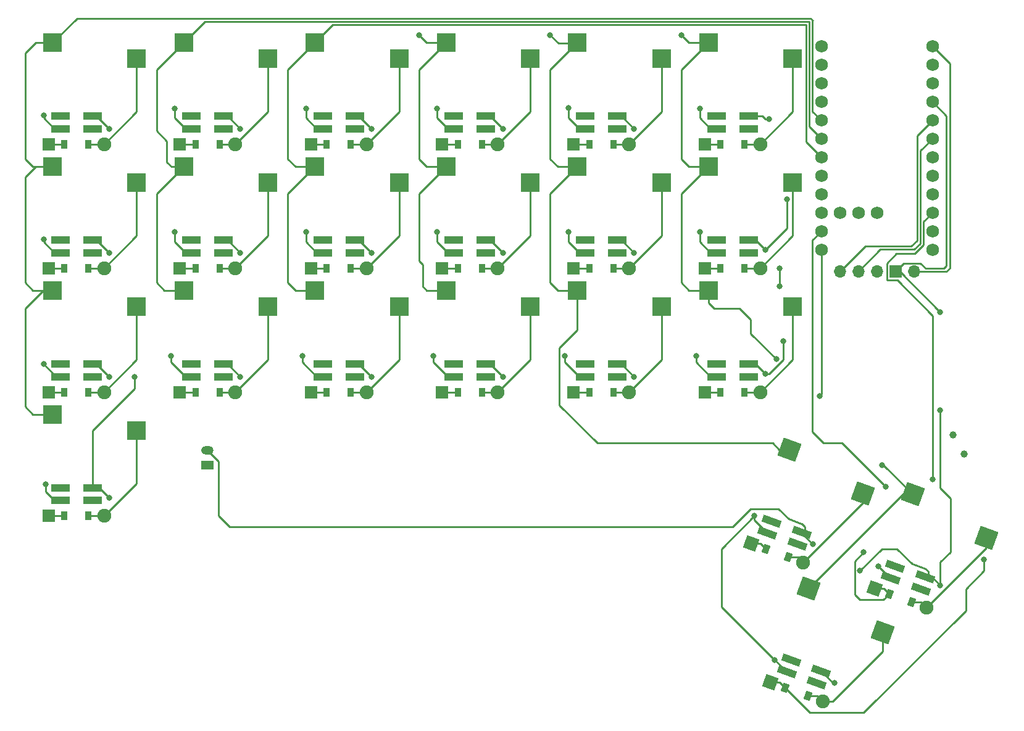
<source format=gbr>
%TF.GenerationSoftware,KiCad,Pcbnew,8.0.5*%
%TF.CreationDate,2024-09-15T18:20:54-04:00*%
%TF.ProjectId,theguy,74686567-7579-42e6-9b69-6361645f7063,v1.0.0*%
%TF.SameCoordinates,Original*%
%TF.FileFunction,Copper,L2,Bot*%
%TF.FilePolarity,Positive*%
%FSLAX46Y46*%
G04 Gerber Fmt 4.6, Leading zero omitted, Abs format (unit mm)*
G04 Created by KiCad (PCBNEW 8.0.5) date 2024-09-15 18:20:54*
%MOMM*%
%LPD*%
G01*
G04 APERTURE LIST*
G04 Aperture macros list*
%AMRotRect*
0 Rectangle, with rotation*
0 The origin of the aperture is its center*
0 $1 length*
0 $2 width*
0 $3 Rotation angle, in degrees counterclockwise*
0 Add horizontal line*
21,1,$1,$2,0,0,$3*%
G04 Aperture macros list end*
%TA.AperFunction,WasherPad*%
%ADD10C,1.000000*%
%TD*%
%TA.AperFunction,ComponentPad*%
%ADD11RotRect,1.778000X1.778000X340.000000*%
%TD*%
%TA.AperFunction,SMDPad,CuDef*%
%ADD12RotRect,0.900000X1.200000X340.000000*%
%TD*%
%TA.AperFunction,ComponentPad*%
%ADD13C,1.905000*%
%TD*%
%TA.AperFunction,ComponentPad*%
%ADD14R,1.778000X1.778000*%
%TD*%
%TA.AperFunction,SMDPad,CuDef*%
%ADD15R,0.900000X1.200000*%
%TD*%
%TA.AperFunction,SMDPad,CuDef*%
%ADD16R,2.600000X1.000000*%
%TD*%
%TA.AperFunction,SMDPad,CuDef*%
%ADD17R,2.600000X2.600000*%
%TD*%
%TA.AperFunction,SMDPad,CuDef*%
%ADD18RotRect,2.600000X2.600000X340.000000*%
%TD*%
%TA.AperFunction,ComponentPad*%
%ADD19R,1.700000X1.200000*%
%TD*%
%TA.AperFunction,ComponentPad*%
%ADD20O,1.700000X1.200000*%
%TD*%
%TA.AperFunction,SMDPad,CuDef*%
%ADD21RotRect,2.600000X1.000000X340.000000*%
%TD*%
%TA.AperFunction,ComponentPad*%
%ADD22O,1.700000X1.700000*%
%TD*%
%TA.AperFunction,ComponentPad*%
%ADD23R,1.700000X1.700000*%
%TD*%
%TA.AperFunction,ComponentPad*%
%ADD24C,1.752600*%
%TD*%
%TA.AperFunction,ViaPad*%
%ADD25C,0.800000*%
%TD*%
%TA.AperFunction,Conductor*%
%ADD26C,0.250000*%
%TD*%
G04 APERTURE END LIST*
D10*
%TO.P,T1,*%
%TO.N,*%
X190250000Y-96900962D03*
X191750000Y-99499038D03*
%TD*%
D11*
%TO.P,D20,1*%
%TO.N,P010*%
X162555118Y-111806490D03*
D12*
X164584854Y-112545254D03*
%TO.P,D20,2*%
%TO.N,layer_cluster*%
X167685840Y-113673920D03*
D13*
X169715576Y-114412684D03*
%TD*%
D14*
%TO.P,D3,1*%
%TO.N,P106*%
X66190000Y-74000000D03*
D15*
X68350000Y-74000000D03*
%TO.P,D3,2*%
%TO.N,hell_home*%
X71650000Y-74000000D03*
D13*
X73810000Y-74000000D03*
%TD*%
D14*
%TO.P,D14,1*%
%TO.N,P009*%
X138190000Y-91000000D03*
D15*
X140350000Y-91000000D03*
%TO.P,D14,2*%
%TO.N,index_bottom*%
X143650000Y-91000000D03*
D13*
X145810000Y-91000000D03*
%TD*%
D16*
%TO.P,LED3,1*%
%TO.N,VCC*%
X67800000Y-71875000D03*
%TO.P,LED3,2*%
%TO.N,N/C*%
X67800000Y-70125000D03*
%TO.P,LED3,3*%
%TO.N,GND*%
X72200000Y-70125000D03*
%TO.P,LED3,4*%
%TO.N,N/C*%
X72200000Y-71875000D03*
%TD*%
%TO.P,LED17,1*%
%TO.N,VCC*%
X157800000Y-88875000D03*
%TO.P,LED17,2*%
%TO.N,N/C*%
X157800000Y-87125000D03*
%TO.P,LED17,3*%
%TO.N,GND*%
X162200000Y-87125000D03*
%TO.P,LED17,4*%
%TO.N,N/C*%
X162200000Y-88875000D03*
%TD*%
D17*
%TO.P,S10,1*%
%TO.N,P002*%
X102725000Y-43050000D03*
%TO.P,S10,2*%
%TO.N,ring_top*%
X114275000Y-45250000D03*
%TD*%
D16*
%TO.P,LED1,1*%
%TO.N,VCC*%
X67800000Y-105875000D03*
%TO.P,LED1,2*%
%TO.N,N/C*%
X67800000Y-104125000D03*
%TO.P,LED1,3*%
%TO.N,GND*%
X72200000Y-104125000D03*
%TO.P,LED1,4*%
%TO.N,N/C*%
X72200000Y-105875000D03*
%TD*%
%TO.P,LED14,1*%
%TO.N,VCC*%
X139800000Y-88875000D03*
%TO.P,LED14,2*%
%TO.N,N/C*%
X139800000Y-87125000D03*
%TO.P,LED14,3*%
%TO.N,GND*%
X144200000Y-87125000D03*
%TO.P,LED14,4*%
%TO.N,N/C*%
X144200000Y-88875000D03*
%TD*%
D17*
%TO.P,S13,1*%
%TO.N,P115*%
X120725000Y-43050000D03*
%TO.P,S13,2*%
%TO.N,middle_top*%
X132275000Y-45250000D03*
%TD*%
%TO.P,S3,1*%
%TO.N,P031*%
X66725000Y-60050000D03*
%TO.P,S3,2*%
%TO.N,hell_home*%
X78275000Y-62250000D03*
%TD*%
D18*
%TO.P,S22,1*%
%TO.N,P111*%
X170471926Y-117933715D03*
%TO.P,S22,2*%
%TO.N,extra_cluster*%
X180572931Y-123951371D03*
%TD*%
D19*
%TO.P,JST1,1*%
%TO.N,pos*%
X88000000Y-101000000D03*
D20*
%TO.P,JST1,2*%
%TO.N,GND*%
X88000000Y-99000000D03*
%TD*%
D18*
%TO.P,S21,1*%
%TO.N,P111*%
X184743502Y-105037122D03*
%TO.P,S21,2*%
%TO.N,space_cluster*%
X194844507Y-111054778D03*
%TD*%
D16*
%TO.P,LED16,1*%
%TO.N,VCC*%
X139800000Y-54875000D03*
%TO.P,LED16,2*%
%TO.N,N/C*%
X139800000Y-53125000D03*
%TO.P,LED16,3*%
%TO.N,GND*%
X144200000Y-53125000D03*
%TO.P,LED16,4*%
%TO.N,N/C*%
X144200000Y-54875000D03*
%TD*%
%TO.P,LED2,1*%
%TO.N,VCC*%
X67800000Y-88875000D03*
%TO.P,LED2,2*%
%TO.N,N/C*%
X67800000Y-87125000D03*
%TO.P,LED2,3*%
%TO.N,GND*%
X72200000Y-87125000D03*
%TO.P,LED2,4*%
%TO.N,N/C*%
X72200000Y-88875000D03*
%TD*%
D14*
%TO.P,D6,1*%
%TO.N,P106*%
X84190000Y-74000000D03*
D15*
X86350000Y-74000000D03*
%TO.P,D6,2*%
%TO.N,pinky_home*%
X89650000Y-74000000D03*
D13*
X91810000Y-74000000D03*
%TD*%
D17*
%TO.P,S1,1*%
%TO.N,P031*%
X66725000Y-94050000D03*
%TO.P,S1,2*%
%TO.N,hell_last*%
X78275000Y-96250000D03*
%TD*%
%TO.P,S14,1*%
%TO.N,P113*%
X138725000Y-77050000D03*
%TO.P,S14,2*%
%TO.N,index_bottom*%
X150275000Y-79250000D03*
%TD*%
D14*
%TO.P,D1,1*%
%TO.N,P010*%
X66190000Y-108000000D03*
D15*
X68350000Y-108000000D03*
%TO.P,D1,2*%
%TO.N,hell_last*%
X71650000Y-108000000D03*
D13*
X73810000Y-108000000D03*
%TD*%
D16*
%TO.P,LED19,1*%
%TO.N,VCC*%
X157800000Y-54875000D03*
%TO.P,LED19,2*%
%TO.N,N/C*%
X157800000Y-53125000D03*
%TO.P,LED19,3*%
%TO.N,GND*%
X162200000Y-53125000D03*
%TO.P,LED19,4*%
%TO.N,N/C*%
X162200000Y-54875000D03*
%TD*%
D14*
%TO.P,D16,1*%
%TO.N,P104*%
X138190000Y-57000000D03*
D15*
X140350000Y-57000000D03*
%TO.P,D16,2*%
%TO.N,index_top*%
X143650000Y-57000000D03*
D13*
X145810000Y-57000000D03*
%TD*%
D17*
%TO.P,S7,1*%
%TO.N,P029*%
X84725000Y-43050000D03*
%TO.P,S7,2*%
%TO.N,pinky_top*%
X96275000Y-45250000D03*
%TD*%
%TO.P,S15,1*%
%TO.N,P113*%
X138725000Y-60050000D03*
%TO.P,S15,2*%
%TO.N,index_home*%
X150275000Y-62250000D03*
%TD*%
%TO.P,S5,1*%
%TO.N,P029*%
X84725000Y-77050000D03*
%TO.P,S5,2*%
%TO.N,pinky_bottom*%
X96275000Y-79250000D03*
%TD*%
%TO.P,S11,1*%
%TO.N,P115*%
X120725000Y-77050000D03*
%TO.P,S11,2*%
%TO.N,middle_bottom*%
X132275000Y-79250000D03*
%TD*%
D16*
%TO.P,LED9,1*%
%TO.N,VCC*%
X103800000Y-71875000D03*
%TO.P,LED9,2*%
%TO.N,N/C*%
X103800000Y-70125000D03*
%TO.P,LED9,3*%
%TO.N,GND*%
X108200000Y-70125000D03*
%TO.P,LED9,4*%
%TO.N,N/C*%
X108200000Y-71875000D03*
%TD*%
D21*
%TO.P,LED21,1*%
%TO.N,VCC*%
X181709283Y-116516659D03*
%TO.P,LED21,2*%
%TO.N,N/C*%
X182307818Y-114872197D03*
%TO.P,LED21,3*%
%TO.N,GND*%
X186442465Y-116377085D03*
%TO.P,LED21,4*%
%TO.N,N/C*%
X185843930Y-118021547D03*
%TD*%
D16*
%TO.P,LED7,1*%
%TO.N,VCC*%
X85800000Y-54875000D03*
%TO.P,LED7,2*%
%TO.N,N/C*%
X85800000Y-53125000D03*
%TO.P,LED7,3*%
%TO.N,GND*%
X90200000Y-53125000D03*
%TO.P,LED7,4*%
%TO.N,N/C*%
X90200000Y-54875000D03*
%TD*%
D14*
%TO.P,D12,1*%
%TO.N,P106*%
X120190000Y-74000000D03*
D15*
X122350000Y-74000000D03*
%TO.P,D12,2*%
%TO.N,middle_home*%
X125650000Y-74000000D03*
D13*
X127810000Y-74000000D03*
%TD*%
D17*
%TO.P,S17,1*%
%TO.N,P111*%
X156725000Y-77050000D03*
%TO.P,S17,2*%
%TO.N,inner_bottom*%
X168275000Y-79250000D03*
%TD*%
D14*
%TO.P,D15,1*%
%TO.N,P106*%
X138190000Y-74000000D03*
D15*
X140350000Y-74000000D03*
%TO.P,D15,2*%
%TO.N,index_home*%
X143650000Y-74000000D03*
D13*
X145810000Y-74000000D03*
%TD*%
D22*
%TO.P,niceView1,1*%
%TO.N,P006*%
X184880000Y-74475000D03*
D23*
%TO.P,niceView1,2*%
%TO.N,GND*%
X182340000Y-74475000D03*
D22*
%TO.P,niceView1,3*%
%TO.N,VCC*%
X179800000Y-74475000D03*
%TO.P,niceView1,4*%
%TO.N,P020*%
X177260000Y-74475000D03*
%TO.P,niceView1,5*%
%TO.N,P017*%
X174720000Y-74475000D03*
%TD*%
D17*
%TO.P,S6,1*%
%TO.N,P029*%
X84725000Y-60050000D03*
%TO.P,S6,2*%
%TO.N,pinky_home*%
X96275000Y-62250000D03*
%TD*%
D14*
%TO.P,D17,1*%
%TO.N,P009*%
X156190000Y-91000000D03*
D15*
X158350000Y-91000000D03*
%TO.P,D17,2*%
%TO.N,inner_bottom*%
X161650000Y-91000000D03*
D13*
X163810000Y-91000000D03*
%TD*%
D16*
%TO.P,LED5,1*%
%TO.N,VCC*%
X85800000Y-88875000D03*
%TO.P,LED5,2*%
%TO.N,N/C*%
X85800000Y-87125000D03*
%TO.P,LED5,3*%
%TO.N,GND*%
X90200000Y-87125000D03*
%TO.P,LED5,4*%
%TO.N,N/C*%
X90200000Y-88875000D03*
%TD*%
D14*
%TO.P,D10,1*%
%TO.N,P104*%
X102190000Y-57000000D03*
D15*
X104350000Y-57000000D03*
%TO.P,D10,2*%
%TO.N,ring_top*%
X107650000Y-57000000D03*
D13*
X109810000Y-57000000D03*
%TD*%
D14*
%TO.P,D7,1*%
%TO.N,P104*%
X84190000Y-57000000D03*
D15*
X86350000Y-57000000D03*
%TO.P,D7,2*%
%TO.N,pinky_top*%
X89650000Y-57000000D03*
D13*
X91810000Y-57000000D03*
%TD*%
D14*
%TO.P,D19,1*%
%TO.N,P104*%
X156190000Y-57000000D03*
D15*
X158350000Y-57000000D03*
%TO.P,D19,2*%
%TO.N,inner_top*%
X161650000Y-57000000D03*
D13*
X163810000Y-57000000D03*
%TD*%
D16*
%TO.P,LED18,1*%
%TO.N,VCC*%
X157800000Y-71875000D03*
%TO.P,LED18,2*%
%TO.N,N/C*%
X157800000Y-70125000D03*
%TO.P,LED18,3*%
%TO.N,GND*%
X162200000Y-70125000D03*
%TO.P,LED18,4*%
%TO.N,N/C*%
X162200000Y-71875000D03*
%TD*%
D17*
%TO.P,S9,1*%
%TO.N,P002*%
X102725000Y-60050000D03*
%TO.P,S9,2*%
%TO.N,ring_home*%
X114275000Y-62250000D03*
%TD*%
D14*
%TO.P,D13,1*%
%TO.N,P104*%
X120190000Y-57000000D03*
D15*
X122350000Y-57000000D03*
%TO.P,D13,2*%
%TO.N,middle_top*%
X125650000Y-57000000D03*
D13*
X127810000Y-57000000D03*
%TD*%
D17*
%TO.P,S8,1*%
%TO.N,P002*%
X102725000Y-77050000D03*
%TO.P,S8,2*%
%TO.N,ring_bottom*%
X114275000Y-79250000D03*
%TD*%
D14*
%TO.P,D11,1*%
%TO.N,P009*%
X120190000Y-91000000D03*
D15*
X122350000Y-91000000D03*
%TO.P,D11,2*%
%TO.N,middle_bottom*%
X125650000Y-91000000D03*
D13*
X127810000Y-91000000D03*
%TD*%
D16*
%TO.P,LED10,1*%
%TO.N,VCC*%
X103800000Y-54875000D03*
%TO.P,LED10,2*%
%TO.N,N/C*%
X103800000Y-53125000D03*
%TO.P,LED10,3*%
%TO.N,GND*%
X108200000Y-53125000D03*
%TO.P,LED10,4*%
%TO.N,N/C*%
X108200000Y-54875000D03*
%TD*%
D11*
%TO.P,D22,1*%
%TO.N,P011*%
X165198009Y-130859446D03*
D12*
X167227745Y-131598210D03*
%TO.P,D22,2*%
%TO.N,extra_cluster*%
X170328731Y-132726876D03*
D13*
X172358467Y-133465640D03*
%TD*%
D21*
%TO.P,LED20,1*%
%TO.N,VCC*%
X164794816Y-110360297D03*
%TO.P,LED20,2*%
%TO.N,N/C*%
X165393351Y-108715835D03*
%TO.P,LED20,3*%
%TO.N,GND*%
X169527998Y-110220723D03*
%TO.P,LED20,4*%
%TO.N,N/C*%
X168929463Y-111865185D03*
%TD*%
D14*
%TO.P,D5,1*%
%TO.N,P009*%
X84190000Y-91000000D03*
D15*
X86350000Y-91000000D03*
%TO.P,D5,2*%
%TO.N,pinky_bottom*%
X89650000Y-91000000D03*
D13*
X91810000Y-91000000D03*
%TD*%
D17*
%TO.P,S12,1*%
%TO.N,P115*%
X120725000Y-60050000D03*
%TO.P,S12,2*%
%TO.N,middle_home*%
X132275000Y-62250000D03*
%TD*%
D24*
%TO.P,MCU1,1*%
%TO.N,P006*%
X187420000Y-43530000D03*
%TO.P,MCU1,2*%
%TO.N,P008*%
X187420000Y-46070000D03*
%TO.P,MCU1,3*%
%TO.N,GND*%
X187420000Y-48610000D03*
%TO.P,MCU1,4*%
X187420000Y-51150000D03*
%TO.P,MCU1,5*%
%TO.N,P017*%
X187420000Y-53690000D03*
%TO.P,MCU1,6*%
%TO.N,P020*%
X187420000Y-56230000D03*
%TO.P,MCU1,7*%
%TO.N,P022*%
X187420000Y-58770000D03*
%TO.P,MCU1,8*%
%TO.N,P024*%
X187420000Y-61310000D03*
%TO.P,MCU1,9*%
%TO.N,P100*%
X187420000Y-63850000D03*
%TO.P,MCU1,10*%
%TO.N,P011*%
X187420000Y-66390000D03*
%TO.P,MCU1,11*%
%TO.N,P104*%
X187420000Y-68930000D03*
%TO.P,MCU1,12*%
%TO.N,P106*%
X187420000Y-71470000D03*
%TO.P,MCU1,13*%
%TO.N,P009*%
X172180000Y-71470000D03*
%TO.P,MCU1,14*%
%TO.N,P010*%
X172180000Y-68930000D03*
%TO.P,MCU1,15*%
%TO.N,P111*%
X172180000Y-66390000D03*
%TO.P,MCU1,16*%
%TO.N,P113*%
X172180000Y-63850000D03*
%TO.P,MCU1,17*%
%TO.N,P115*%
X172180000Y-61310000D03*
%TO.P,MCU1,18*%
%TO.N,P002*%
X172180000Y-58770000D03*
%TO.P,MCU1,19*%
%TO.N,P029*%
X172180000Y-56230000D03*
%TO.P,MCU1,20*%
%TO.N,P031*%
X172180000Y-53690000D03*
%TO.P,MCU1,21*%
%TO.N,VCC*%
X172180000Y-51150000D03*
%TO.P,MCU1,22*%
%TO.N,RST*%
X172180000Y-48610000D03*
%TO.P,MCU1,23*%
%TO.N,GND*%
X172180000Y-46070000D03*
%TO.P,MCU1,24*%
%TO.N,RAW*%
X172180000Y-43530000D03*
%TO.P,MCU1,31*%
%TO.N,P101*%
X174720000Y-66390000D03*
%TO.P,MCU1,32*%
%TO.N,P102*%
X177260000Y-66390000D03*
%TO.P,MCU1,33*%
%TO.N,P107*%
X179800000Y-66390000D03*
%TD*%
D14*
%TO.P,D8,1*%
%TO.N,P009*%
X102190000Y-91000000D03*
D15*
X104350000Y-91000000D03*
%TO.P,D8,2*%
%TO.N,ring_bottom*%
X107650000Y-91000000D03*
D13*
X109810000Y-91000000D03*
%TD*%
D17*
%TO.P,S19,1*%
%TO.N,P111*%
X156725000Y-43050000D03*
%TO.P,S19,2*%
%TO.N,inner_top*%
X168275000Y-45250000D03*
%TD*%
D11*
%TO.P,D21,1*%
%TO.N,P010*%
X179469585Y-117962853D03*
D12*
X181499321Y-118701617D03*
%TO.P,D21,2*%
%TO.N,space_cluster*%
X184600307Y-119830283D03*
D13*
X186630043Y-120569047D03*
%TD*%
D21*
%TO.P,LED22,1*%
%TO.N,VCC*%
X167437707Y-129413252D03*
%TO.P,LED22,2*%
%TO.N,N/C*%
X168036242Y-127768790D03*
%TO.P,LED22,3*%
%TO.N,GND*%
X172170889Y-129273678D03*
%TO.P,LED22,4*%
%TO.N,N/C*%
X171572354Y-130918140D03*
%TD*%
D16*
%TO.P,LED15,1*%
%TO.N,VCC*%
X139800000Y-71875000D03*
%TO.P,LED15,2*%
%TO.N,N/C*%
X139800000Y-70125000D03*
%TO.P,LED15,3*%
%TO.N,GND*%
X144200000Y-70125000D03*
%TO.P,LED15,4*%
%TO.N,N/C*%
X144200000Y-71875000D03*
%TD*%
%TO.P,LED6,1*%
%TO.N,VCC*%
X85800000Y-71875000D03*
%TO.P,LED6,2*%
%TO.N,N/C*%
X85800000Y-70125000D03*
%TO.P,LED6,3*%
%TO.N,GND*%
X90200000Y-70125000D03*
%TO.P,LED6,4*%
%TO.N,N/C*%
X90200000Y-71875000D03*
%TD*%
D18*
%TO.P,S20,1*%
%TO.N,P113*%
X167829035Y-98880760D03*
%TO.P,S20,2*%
%TO.N,layer_cluster*%
X177930040Y-104898416D03*
%TD*%
D14*
%TO.P,D4,1*%
%TO.N,P104*%
X66190000Y-57000000D03*
D15*
X68350000Y-57000000D03*
%TO.P,D4,2*%
%TO.N,hell_top*%
X71650000Y-57000000D03*
D13*
X73810000Y-57000000D03*
%TD*%
D17*
%TO.P,S4,1*%
%TO.N,P031*%
X66725000Y-43050000D03*
%TO.P,S4,2*%
%TO.N,hell_top*%
X78275000Y-45250000D03*
%TD*%
D16*
%TO.P,LED12,1*%
%TO.N,VCC*%
X121800000Y-71875000D03*
%TO.P,LED12,2*%
%TO.N,N/C*%
X121800000Y-70125000D03*
%TO.P,LED12,3*%
%TO.N,GND*%
X126200000Y-70125000D03*
%TO.P,LED12,4*%
%TO.N,N/C*%
X126200000Y-71875000D03*
%TD*%
D17*
%TO.P,S16,1*%
%TO.N,P113*%
X138725000Y-43050000D03*
%TO.P,S16,2*%
%TO.N,index_top*%
X150275000Y-45250000D03*
%TD*%
D14*
%TO.P,D2,1*%
%TO.N,P009*%
X66190000Y-91000000D03*
D15*
X68350000Y-91000000D03*
%TO.P,D2,2*%
%TO.N,hell_bottom*%
X71650000Y-91000000D03*
D13*
X73810000Y-91000000D03*
%TD*%
D16*
%TO.P,LED11,1*%
%TO.N,VCC*%
X121800000Y-88875000D03*
%TO.P,LED11,2*%
%TO.N,N/C*%
X121800000Y-87125000D03*
%TO.P,LED11,3*%
%TO.N,GND*%
X126200000Y-87125000D03*
%TO.P,LED11,4*%
%TO.N,N/C*%
X126200000Y-88875000D03*
%TD*%
%TO.P,LED13,1*%
%TO.N,VCC*%
X121800000Y-54875000D03*
%TO.P,LED13,2*%
%TO.N,N/C*%
X121800000Y-53125000D03*
%TO.P,LED13,3*%
%TO.N,GND*%
X126200000Y-53125000D03*
%TO.P,LED13,4*%
%TO.N,N/C*%
X126200000Y-54875000D03*
%TD*%
D14*
%TO.P,D9,1*%
%TO.N,P106*%
X102190000Y-74000000D03*
D15*
X104350000Y-74000000D03*
%TO.P,D9,2*%
%TO.N,ring_home*%
X107650000Y-74000000D03*
D13*
X109810000Y-74000000D03*
%TD*%
D16*
%TO.P,LED4,1*%
%TO.N,VCC*%
X67800000Y-54875000D03*
%TO.P,LED4,2*%
%TO.N,N/C*%
X67800000Y-53125000D03*
%TO.P,LED4,3*%
%TO.N,GND*%
X72200000Y-53125000D03*
%TO.P,LED4,4*%
%TO.N,N/C*%
X72200000Y-54875000D03*
%TD*%
%TO.P,LED8,1*%
%TO.N,VCC*%
X103800000Y-88875000D03*
%TO.P,LED8,2*%
%TO.N,N/C*%
X103800000Y-87125000D03*
%TO.P,LED8,3*%
%TO.N,GND*%
X108200000Y-87125000D03*
%TO.P,LED8,4*%
%TO.N,N/C*%
X108200000Y-88875000D03*
%TD*%
D14*
%TO.P,D18,1*%
%TO.N,P106*%
X156190000Y-74000000D03*
D15*
X158350000Y-74000000D03*
%TO.P,D18,2*%
%TO.N,inner_home*%
X161650000Y-74000000D03*
D13*
X163810000Y-74000000D03*
%TD*%
D17*
%TO.P,S2,1*%
%TO.N,P031*%
X66725000Y-77050000D03*
%TO.P,S2,2*%
%TO.N,hell_bottom*%
X78275000Y-79250000D03*
%TD*%
%TO.P,S18,1*%
%TO.N,P111*%
X156725000Y-60050000D03*
%TO.P,S18,2*%
%TO.N,inner_home*%
X168275000Y-62250000D03*
%TD*%
D25*
%TO.N,P115*%
X117000000Y-42000000D03*
%TO.N,P113*%
X135000000Y-42000000D03*
%TO.N,P111*%
X153000000Y-42000000D03*
X180500000Y-101000000D03*
X166000000Y-86500000D03*
%TO.N,VCC*%
X83500000Y-52050000D03*
X137500000Y-69050000D03*
X155500000Y-52050000D03*
X119500000Y-69050000D03*
X101500000Y-69000000D03*
X155000000Y-86050000D03*
X155500000Y-69000000D03*
X137000000Y-86050000D03*
X65500000Y-87125000D03*
X83000000Y-86050000D03*
X65500000Y-70000000D03*
X101500000Y-52050000D03*
X165762228Y-127737772D03*
X163000000Y-108000000D03*
X65812500Y-103687500D03*
X119000000Y-86050000D03*
X83500000Y-69000000D03*
X180000000Y-114872197D03*
X119500000Y-52050000D03*
X65500000Y-53000000D03*
X101000000Y-86050000D03*
X137500000Y-52000000D03*
%TO.N,GND*%
X166500000Y-76500000D03*
X188500000Y-80000000D03*
X78000000Y-88875000D03*
X128500000Y-54875000D03*
X171000000Y-111865185D03*
X74500000Y-71875000D03*
X174000000Y-130918140D03*
X167500000Y-64500000D03*
X110500000Y-88875000D03*
X128500000Y-88875000D03*
X146500000Y-71875000D03*
X92500000Y-71875000D03*
X167000000Y-84000000D03*
X128500000Y-71875000D03*
X166500000Y-74000000D03*
X177500000Y-115500000D03*
X146500000Y-88875000D03*
X188500000Y-117500000D03*
X165000000Y-53500000D03*
X110500000Y-54875000D03*
X110500000Y-71875000D03*
X92500000Y-54875000D03*
X188500000Y-93500000D03*
X164500000Y-71500000D03*
X74500000Y-88875000D03*
X74500000Y-105500000D03*
X74500000Y-54875000D03*
X146500000Y-54875000D03*
X92500000Y-88875000D03*
X164500000Y-88500000D03*
%TO.N,P010*%
X181000000Y-104000000D03*
X178000000Y-113000000D03*
%TO.N,P009*%
X172000000Y-91500000D03*
%TO.N,P011*%
X194500000Y-114000000D03*
X187500000Y-103000000D03*
%TD*%
D26*
%TO.N,P031*%
X66725000Y-77050000D02*
X65450000Y-77050000D01*
X171000000Y-40000000D02*
X170978700Y-40021300D01*
X64050000Y-94050000D02*
X66725000Y-94050000D01*
X66725000Y-43050000D02*
X70075000Y-39700000D01*
X63000000Y-79500000D02*
X63000000Y-93000000D01*
X63000000Y-44500000D02*
X63000000Y-59000000D01*
X63000000Y-59000000D02*
X64050000Y-60050000D01*
X66725000Y-43050000D02*
X64450000Y-43050000D01*
X66725000Y-60050000D02*
X64450000Y-60050000D01*
X63000000Y-93000000D02*
X64050000Y-94050000D01*
X64050000Y-60050000D02*
X66725000Y-60050000D01*
X63000000Y-61500000D02*
X63000000Y-76000000D01*
X170978700Y-40021300D02*
X170978700Y-52488700D01*
X170700000Y-39700000D02*
X171000000Y-40000000D01*
X64050000Y-77050000D02*
X66725000Y-77050000D01*
X64450000Y-60050000D02*
X63000000Y-61500000D01*
X63000000Y-76000000D02*
X64050000Y-77050000D01*
X170978700Y-52488700D02*
X172180000Y-53690000D01*
X64450000Y-43050000D02*
X63000000Y-44500000D01*
X65450000Y-77050000D02*
X63000000Y-79500000D01*
X70075000Y-39700000D02*
X170700000Y-39700000D01*
%TO.N,hell_last*%
X71650000Y-108000000D02*
X73810000Y-108000000D01*
X78275000Y-103535000D02*
X73810000Y-108000000D01*
X78275000Y-96250000D02*
X78275000Y-103535000D01*
%TO.N,hell_bottom*%
X78275000Y-86535000D02*
X73810000Y-91000000D01*
X73810000Y-91000000D02*
X71650000Y-91000000D01*
X78275000Y-79250000D02*
X78275000Y-86535000D01*
%TO.N,hell_home*%
X78275000Y-69535000D02*
X73810000Y-74000000D01*
X73810000Y-74000000D02*
X71650000Y-74000000D01*
X78275000Y-62250000D02*
X78275000Y-69535000D01*
%TO.N,hell_top*%
X78275000Y-45250000D02*
X78275000Y-52535000D01*
X78275000Y-52535000D02*
X73810000Y-57000000D01*
X71650000Y-57000000D02*
X73810000Y-57000000D01*
%TO.N,P029*%
X87625000Y-40150000D02*
X170513604Y-40150000D01*
X81000000Y-55120532D02*
X82425000Y-56545532D01*
X81000000Y-63775000D02*
X81000000Y-76000000D01*
X83050000Y-60050000D02*
X84725000Y-60050000D01*
X82425000Y-56545532D02*
X82425000Y-59425000D01*
X84725000Y-43050000D02*
X87625000Y-40150000D01*
X81000000Y-46775000D02*
X81000000Y-55120532D01*
X170528700Y-54578700D02*
X172180000Y-56230000D01*
X82425000Y-59425000D02*
X83050000Y-60050000D01*
X84725000Y-43050000D02*
X81000000Y-46775000D01*
X84725000Y-60050000D02*
X81000000Y-63775000D01*
X170513604Y-40150000D02*
X170528700Y-40165096D01*
X170528700Y-40165096D02*
X170528700Y-54578700D01*
X82050000Y-77050000D02*
X84725000Y-77050000D01*
X81000000Y-76000000D02*
X82050000Y-77050000D01*
%TO.N,pinky_bottom*%
X96275000Y-86535000D02*
X91810000Y-91000000D01*
X91810000Y-91000000D02*
X89650000Y-91000000D01*
X96275000Y-79250000D02*
X96275000Y-86535000D01*
%TO.N,pinky_home*%
X89650000Y-74000000D02*
X91810000Y-74000000D01*
X96275000Y-62250000D02*
X96275000Y-69535000D01*
X96275000Y-69535000D02*
X91810000Y-74000000D01*
%TO.N,pinky_top*%
X96275000Y-52535000D02*
X91810000Y-57000000D01*
X96275000Y-45250000D02*
X96275000Y-52535000D01*
X89650000Y-57000000D02*
X91810000Y-57000000D01*
%TO.N,P002*%
X100050000Y-60050000D02*
X102725000Y-60050000D01*
X99000000Y-63775000D02*
X99000000Y-76000000D01*
X170078700Y-56668700D02*
X172180000Y-58770000D01*
X102725000Y-43050000D02*
X105175000Y-40600000D01*
X105175000Y-40600000D02*
X170078700Y-40600000D01*
X102725000Y-60050000D02*
X99000000Y-63775000D01*
X100050000Y-77050000D02*
X102725000Y-77050000D01*
X170078700Y-40600000D02*
X170078700Y-56668700D01*
X102725000Y-43050000D02*
X99000000Y-46775000D01*
X99000000Y-76000000D02*
X100050000Y-77050000D01*
X99000000Y-46775000D02*
X99000000Y-59000000D01*
X99000000Y-59000000D02*
X100050000Y-60050000D01*
%TO.N,ring_bottom*%
X114275000Y-79250000D02*
X114275000Y-86535000D01*
X114275000Y-86535000D02*
X109810000Y-91000000D01*
X109810000Y-91000000D02*
X107650000Y-91000000D01*
%TO.N,ring_home*%
X114275000Y-69535000D02*
X109810000Y-74000000D01*
X114275000Y-62250000D02*
X114275000Y-69535000D01*
X109810000Y-74000000D02*
X107650000Y-74000000D01*
%TO.N,ring_top*%
X107650000Y-57000000D02*
X109810000Y-57000000D01*
X114275000Y-52535000D02*
X109810000Y-57000000D01*
X114275000Y-45250000D02*
X114275000Y-52535000D01*
%TO.N,P115*%
X117000000Y-46775000D02*
X117000000Y-59000000D01*
X120725000Y-43050000D02*
X118050000Y-43050000D01*
X118050000Y-43050000D02*
X117000000Y-42000000D01*
X117000000Y-63775000D02*
X117000000Y-73000000D01*
X120725000Y-43050000D02*
X117000000Y-46775000D01*
X118050000Y-60050000D02*
X120725000Y-60050000D01*
X117000000Y-73000000D02*
X117500000Y-73500000D01*
X118050000Y-77050000D02*
X120725000Y-77050000D01*
X117500000Y-76500000D02*
X118050000Y-77050000D01*
X117500000Y-73500000D02*
X117500000Y-76500000D01*
X120725000Y-60050000D02*
X117000000Y-63775000D01*
X117000000Y-59000000D02*
X118050000Y-60050000D01*
%TO.N,middle_bottom*%
X132275000Y-79250000D02*
X132275000Y-86535000D01*
X132275000Y-86535000D02*
X127810000Y-91000000D01*
X127810000Y-91000000D02*
X125650000Y-91000000D01*
%TO.N,middle_home*%
X132275000Y-69535000D02*
X127810000Y-74000000D01*
X125650000Y-74000000D02*
X127810000Y-74000000D01*
X132275000Y-62250000D02*
X132275000Y-69535000D01*
%TO.N,middle_top*%
X127810000Y-57000000D02*
X125650000Y-57000000D01*
X132275000Y-52535000D02*
X127810000Y-57000000D01*
X132275000Y-45250000D02*
X132275000Y-52535000D01*
%TO.N,P113*%
X136275000Y-92775000D02*
X141500000Y-98000000D01*
X135000000Y-46775000D02*
X135000000Y-59000000D01*
X165500000Y-98000000D02*
X166380760Y-98880760D01*
X138725000Y-60050000D02*
X135000000Y-63775000D01*
X141500000Y-98000000D02*
X165500000Y-98000000D01*
X166380760Y-98880760D02*
X167829035Y-98880760D01*
X136137500Y-43137500D02*
X135000000Y-42000000D01*
X138725000Y-77050000D02*
X138725000Y-82508684D01*
X138725000Y-43050000D02*
X135000000Y-46775000D01*
X136050000Y-77050000D02*
X138725000Y-77050000D01*
X136275000Y-84958684D02*
X136275000Y-92775000D01*
X138725000Y-43050000D02*
X138637500Y-43137500D01*
X135000000Y-76000000D02*
X136050000Y-77050000D01*
X136050000Y-60050000D02*
X138725000Y-60050000D01*
X135000000Y-59000000D02*
X136050000Y-60050000D01*
X138637500Y-43137500D02*
X136137500Y-43137500D01*
X135000000Y-63775000D02*
X135000000Y-76000000D01*
X138725000Y-82508684D02*
X136275000Y-84958684D01*
%TO.N,index_bottom*%
X145810000Y-91000000D02*
X143650000Y-91000000D01*
X150275000Y-86535000D02*
X145810000Y-91000000D01*
X150275000Y-79250000D02*
X150275000Y-86535000D01*
%TO.N,index_home*%
X143650000Y-74000000D02*
X145810000Y-74000000D01*
X150275000Y-69535000D02*
X145810000Y-74000000D01*
X150275000Y-62250000D02*
X150275000Y-69535000D01*
%TO.N,index_top*%
X150275000Y-45250000D02*
X150275000Y-52535000D01*
X145810000Y-57000000D02*
X143650000Y-57000000D01*
X150275000Y-52535000D02*
X145810000Y-57000000D01*
%TO.N,P111*%
X153000000Y-59000000D02*
X154050000Y-60050000D01*
X180706380Y-101000000D02*
X184743502Y-105037122D01*
X184743502Y-105037122D02*
X183368519Y-105037122D01*
X156725000Y-43050000D02*
X154050000Y-43050000D01*
X153000000Y-46775000D02*
X153000000Y-59000000D01*
X156725000Y-43050000D02*
X153000000Y-46775000D01*
X162500000Y-81000000D02*
X162500000Y-83000000D01*
X157500000Y-79500000D02*
X161000000Y-79500000D01*
X180500000Y-101000000D02*
X180706380Y-101000000D01*
X153000000Y-76000000D02*
X154050000Y-77050000D01*
X154050000Y-60050000D02*
X156725000Y-60050000D01*
X154050000Y-43050000D02*
X153000000Y-42000000D01*
X183368519Y-105037122D02*
X170471926Y-117933715D01*
X161000000Y-79500000D02*
X162500000Y-81000000D01*
X156725000Y-78725000D02*
X157500000Y-79500000D01*
X156725000Y-60050000D02*
X153000000Y-63775000D01*
X162500000Y-83000000D02*
X166000000Y-86500000D01*
X154050000Y-77050000D02*
X156725000Y-77050000D01*
X153000000Y-63775000D02*
X153000000Y-76000000D01*
X156725000Y-77050000D02*
X156725000Y-78725000D01*
%TO.N,inner_bottom*%
X163810000Y-91000000D02*
X161650000Y-91000000D01*
X168275000Y-79250000D02*
X168275000Y-86535000D01*
X168275000Y-86535000D02*
X163810000Y-91000000D01*
%TO.N,inner_home*%
X168275000Y-62250000D02*
X168275000Y-69535000D01*
X168275000Y-69535000D02*
X163810000Y-74000000D01*
X161650000Y-74000000D02*
X163810000Y-74000000D01*
%TO.N,inner_top*%
X168275000Y-45250000D02*
X168275000Y-52535000D01*
X163810000Y-57000000D02*
X161650000Y-57000000D01*
X168275000Y-52535000D02*
X163810000Y-57000000D01*
%TO.N,layer_cluster*%
X167685840Y-113673920D02*
X168976812Y-113673920D01*
X177930040Y-106198220D02*
X169715576Y-114412684D01*
X168976812Y-113673920D02*
X169715576Y-114412684D01*
X177930040Y-104898416D02*
X177930040Y-106198220D01*
%TO.N,space_cluster*%
X185891279Y-119830283D02*
X186630043Y-120569047D01*
X194844507Y-111054778D02*
X194844507Y-112354583D01*
X194844507Y-112354583D02*
X186630043Y-120569047D01*
X184600307Y-119830283D02*
X185891279Y-119830283D01*
%TO.N,extra_cluster*%
X170328731Y-132726876D02*
X171619703Y-132726876D01*
X180572931Y-123951371D02*
X180572931Y-126598214D01*
X173705505Y-133465640D02*
X172358467Y-133465640D01*
X171619703Y-132726876D02*
X172358467Y-133465640D01*
X180572931Y-126598214D02*
X173705505Y-133465640D01*
%TO.N,VCC*%
X137500000Y-70375000D02*
X137500000Y-69050000D01*
X67250000Y-88875000D02*
X65500000Y-87125000D01*
X139800000Y-54875000D02*
X139000000Y-54875000D01*
X139000000Y-88875000D02*
X137000000Y-86875000D01*
X85000000Y-88875000D02*
X83000000Y-86875000D01*
X165762228Y-127737772D02*
X158500000Y-120475545D01*
X167437707Y-129413252D02*
X165762228Y-127737772D01*
X67800000Y-105875000D02*
X67000000Y-105875000D01*
X85800000Y-71875000D02*
X85000000Y-71875000D01*
X121000000Y-88875000D02*
X119000000Y-86875000D01*
X67800000Y-54875000D02*
X67000000Y-54875000D01*
X181709283Y-116516659D02*
X181644462Y-116516659D01*
X83500000Y-53375000D02*
X83500000Y-52050000D01*
X85000000Y-71875000D02*
X83500000Y-70375000D01*
X101500000Y-53375000D02*
X101500000Y-52050000D01*
X137500000Y-53375000D02*
X137500000Y-52000000D01*
X103800000Y-88875000D02*
X103000000Y-88875000D01*
X139800000Y-88875000D02*
X139000000Y-88875000D01*
X83000000Y-86875000D02*
X83000000Y-86050000D01*
X157800000Y-71875000D02*
X157000000Y-71875000D01*
X65812500Y-104687500D02*
X65812500Y-103687500D01*
X157000000Y-88875000D02*
X155000000Y-86875000D01*
X67000000Y-54875000D02*
X65500000Y-53375000D01*
X157000000Y-54875000D02*
X155500000Y-53375000D01*
X155500000Y-53375000D02*
X155500000Y-52050000D01*
X121000000Y-54875000D02*
X119500000Y-53375000D01*
X121800000Y-88875000D02*
X121000000Y-88875000D01*
X119000000Y-86875000D02*
X119000000Y-86050000D01*
X103000000Y-71875000D02*
X101500000Y-70375000D01*
X103000000Y-88875000D02*
X101000000Y-86875000D01*
X65500000Y-70375000D02*
X65500000Y-70000000D01*
X155000000Y-86875000D02*
X155000000Y-86050000D01*
X155500000Y-70375000D02*
X155500000Y-69000000D01*
X181644462Y-116516659D02*
X180000000Y-114872197D01*
X119500000Y-53375000D02*
X119500000Y-52050000D01*
X119500000Y-70375000D02*
X119500000Y-69050000D01*
X67800000Y-71875000D02*
X67000000Y-71875000D01*
X67000000Y-71875000D02*
X65500000Y-70375000D01*
X103800000Y-71875000D02*
X103000000Y-71875000D01*
X121000000Y-71875000D02*
X119500000Y-70375000D01*
X121800000Y-71875000D02*
X121000000Y-71875000D01*
X65500000Y-53375000D02*
X65500000Y-53000000D01*
X157000000Y-71875000D02*
X155500000Y-70375000D01*
X139000000Y-71875000D02*
X137500000Y-70375000D01*
X103000000Y-54875000D02*
X101500000Y-53375000D01*
X103800000Y-54875000D02*
X103000000Y-54875000D01*
X85800000Y-88875000D02*
X85000000Y-88875000D01*
X139000000Y-54875000D02*
X137500000Y-53375000D01*
X83500000Y-70375000D02*
X83500000Y-69000000D01*
X67800000Y-88875000D02*
X67250000Y-88875000D01*
X137000000Y-86875000D02*
X137000000Y-86050000D01*
X67000000Y-105875000D02*
X65812500Y-104687500D01*
X121800000Y-54875000D02*
X121000000Y-54875000D01*
X101500000Y-70375000D02*
X101500000Y-69000000D01*
X101000000Y-86875000D02*
X101000000Y-86050000D01*
X139800000Y-71875000D02*
X139000000Y-71875000D01*
X157800000Y-88875000D02*
X157000000Y-88875000D01*
X163000000Y-108565481D02*
X163000000Y-108000000D01*
X85800000Y-54875000D02*
X85000000Y-54875000D01*
X158500000Y-120475545D02*
X158500000Y-112500000D01*
X164794816Y-110360297D02*
X163000000Y-108565481D01*
X85000000Y-54875000D02*
X83500000Y-53375000D01*
X157800000Y-54875000D02*
X157000000Y-54875000D01*
X158500000Y-112500000D02*
X163000000Y-108000000D01*
%TO.N,GND*%
X169394961Y-109028310D02*
X169550655Y-109084978D01*
X169527998Y-110220723D02*
X169527998Y-110393183D01*
X167000000Y-84000000D02*
X167000000Y-86525305D01*
X182565380Y-112500000D02*
X184643821Y-114578441D01*
X189350000Y-73650000D02*
X189350000Y-53080000D01*
X186832568Y-115986982D02*
X186442465Y-116377085D01*
X189892014Y-105576607D02*
X189892014Y-112927536D01*
X144200000Y-70125000D02*
X144750000Y-70125000D01*
X108200000Y-70125000D02*
X108750000Y-70125000D01*
X73125000Y-104125000D02*
X74500000Y-105500000D01*
X162200000Y-70125000D02*
X163125000Y-70125000D01*
X72750000Y-70125000D02*
X74500000Y-71875000D01*
X90750000Y-53125000D02*
X92500000Y-54875000D01*
X169918101Y-109830620D02*
X169527998Y-110220723D01*
X188500000Y-104184593D02*
X189892014Y-105576607D01*
X188500000Y-114319550D02*
X188500000Y-117500000D01*
X126200000Y-87125000D02*
X126750000Y-87125000D01*
X89500000Y-108000000D02*
X91000000Y-109500000D01*
X72200000Y-53125000D02*
X72750000Y-53125000D01*
X169527998Y-110393183D02*
X171000000Y-111865185D01*
X78000000Y-90500000D02*
X78000000Y-88875000D01*
X186500000Y-74000000D02*
X189000000Y-74000000D01*
X72200000Y-96300000D02*
X78000000Y-90500000D01*
X167500000Y-68500000D02*
X164500000Y-71500000D01*
X90750000Y-87125000D02*
X92500000Y-88875000D01*
X90200000Y-87125000D02*
X90750000Y-87125000D01*
X187377085Y-116377085D02*
X186442465Y-116377085D01*
X89500000Y-100500000D02*
X89500000Y-108000000D01*
X169550655Y-109084978D02*
X169918101Y-109452424D01*
X108200000Y-87125000D02*
X108750000Y-87125000D01*
X90200000Y-53125000D02*
X90750000Y-53125000D01*
X182340000Y-74475000D02*
X183515000Y-73300000D01*
X184643821Y-114578441D02*
X186309428Y-115184672D01*
X72750000Y-87125000D02*
X74500000Y-88875000D01*
X126750000Y-87125000D02*
X128500000Y-88875000D01*
X72200000Y-104125000D02*
X72200000Y-96300000D01*
X185800000Y-73300000D02*
X186500000Y-74000000D01*
X164500000Y-53500000D02*
X164125000Y-53125000D01*
X126200000Y-53125000D02*
X126750000Y-53125000D01*
X172170889Y-129273678D02*
X173815351Y-130918140D01*
X188500000Y-80000000D02*
X182975000Y-74475000D01*
X144200000Y-53125000D02*
X144750000Y-53125000D01*
X186832568Y-115608786D02*
X186832568Y-115986982D01*
X186309428Y-115184672D02*
X186465122Y-115241340D01*
X169918101Y-109452424D02*
X169918101Y-109830620D01*
X183515000Y-73300000D02*
X185800000Y-73300000D01*
X162500000Y-107000000D02*
X166307275Y-107000000D01*
X182975000Y-74475000D02*
X182340000Y-74475000D01*
X72200000Y-70125000D02*
X72750000Y-70125000D01*
X163125000Y-87125000D02*
X164500000Y-88500000D01*
X108750000Y-53125000D02*
X110500000Y-54875000D01*
X180500000Y-112500000D02*
X182565380Y-112500000D01*
X144750000Y-70125000D02*
X146500000Y-71875000D01*
X189892014Y-112927536D02*
X188500000Y-114319550D01*
X166500000Y-74000000D02*
X166500000Y-76500000D01*
X165025305Y-88500000D02*
X164500000Y-88500000D01*
X167729354Y-108422079D02*
X169394961Y-109028310D01*
X160000000Y-109500000D02*
X162500000Y-107000000D01*
X189350000Y-53080000D02*
X187420000Y-51150000D01*
X162200000Y-87125000D02*
X163125000Y-87125000D01*
X177500000Y-115500000D02*
X180500000Y-112500000D01*
X164125000Y-53125000D02*
X162200000Y-53125000D01*
X126200000Y-70125000D02*
X126750000Y-70125000D01*
X144750000Y-53125000D02*
X146500000Y-54875000D01*
X166307275Y-107000000D02*
X167729354Y-108422079D01*
X186465122Y-115241340D02*
X186832568Y-115608786D01*
X188500000Y-117500000D02*
X187377085Y-116377085D01*
X188500000Y-93500000D02*
X188500000Y-104184593D01*
X72200000Y-87125000D02*
X72750000Y-87125000D01*
X90200000Y-70125000D02*
X90750000Y-70125000D01*
X167000000Y-86525305D02*
X165025305Y-88500000D01*
X88000000Y-99000000D02*
X89500000Y-100500000D01*
X165000000Y-53500000D02*
X164500000Y-53500000D01*
X108200000Y-53125000D02*
X108750000Y-53125000D01*
X126750000Y-70125000D02*
X128500000Y-71875000D01*
X144750000Y-87125000D02*
X146500000Y-88875000D01*
X72200000Y-104125000D02*
X73125000Y-104125000D01*
X90750000Y-70125000D02*
X92500000Y-71875000D01*
X91000000Y-109500000D02*
X160000000Y-109500000D01*
X167500000Y-64500000D02*
X167500000Y-68500000D01*
X144200000Y-87125000D02*
X144750000Y-87125000D01*
X126750000Y-53125000D02*
X128500000Y-54875000D01*
X189000000Y-74000000D02*
X189350000Y-73650000D01*
X108750000Y-70125000D02*
X110500000Y-71875000D01*
X108750000Y-87125000D02*
X110500000Y-88875000D01*
X163125000Y-70125000D02*
X164500000Y-71500000D01*
X173815351Y-130918140D02*
X174000000Y-130918140D01*
X72750000Y-53125000D02*
X74500000Y-54875000D01*
%TO.N,P010*%
X170978700Y-70131300D02*
X170978700Y-96478700D01*
X175000000Y-98000000D02*
X181000000Y-104000000D01*
X163846090Y-111806490D02*
X164584854Y-112545254D01*
X172500000Y-98000000D02*
X175000000Y-98000000D01*
X176775000Y-118775000D02*
X177500000Y-119500000D01*
X178000000Y-113000000D02*
X176775000Y-114225000D01*
X177500000Y-119500000D02*
X180700938Y-119500000D01*
X180760557Y-117962853D02*
X181499321Y-118701617D01*
X172180000Y-68930000D02*
X170978700Y-70131300D01*
X180700938Y-119500000D02*
X181499321Y-118701617D01*
X66190000Y-108000000D02*
X68350000Y-108000000D01*
X162555118Y-111806490D02*
X163846090Y-111806490D01*
X179469585Y-117962853D02*
X180760557Y-117962853D01*
X170978700Y-96478700D02*
X172500000Y-98000000D01*
X176775000Y-114225000D02*
X176775000Y-118775000D01*
%TO.N,P009*%
X104350000Y-91000000D02*
X102190000Y-91000000D01*
X172180000Y-71470000D02*
X172180000Y-91320000D01*
X158350000Y-91000000D02*
X156190000Y-91000000D01*
X68350000Y-91000000D02*
X66190000Y-91000000D01*
X172180000Y-91320000D02*
X172000000Y-91500000D01*
X122350000Y-91000000D02*
X120190000Y-91000000D01*
X86350000Y-91000000D02*
X84190000Y-91000000D01*
X140350000Y-91000000D02*
X138190000Y-91000000D01*
%TO.N,P106*%
X68350000Y-74000000D02*
X66190000Y-74000000D01*
X84190000Y-74000000D02*
X86350000Y-74000000D01*
X138190000Y-74000000D02*
X140350000Y-74000000D01*
X120190000Y-74000000D02*
X122350000Y-74000000D01*
X156190000Y-74000000D02*
X158350000Y-74000000D01*
X104350000Y-74000000D02*
X102190000Y-74000000D01*
%TO.N,P104*%
X158350000Y-57000000D02*
X156190000Y-57000000D01*
X84190000Y-57000000D02*
X86350000Y-57000000D01*
X102190000Y-57000000D02*
X104350000Y-57000000D01*
X66190000Y-57000000D02*
X68350000Y-57000000D01*
X122350000Y-57000000D02*
X120190000Y-57000000D01*
X140350000Y-57000000D02*
X138190000Y-57000000D01*
%TO.N,P011*%
X181165000Y-75650000D02*
X181165000Y-73335000D01*
X185000000Y-72000000D02*
X186218700Y-70781300D01*
X186218700Y-67591300D02*
X187420000Y-66390000D01*
X192000000Y-118000000D02*
X194500000Y-115500000D01*
X187500000Y-103000000D02*
X187500000Y-80500000D01*
X182650000Y-75650000D02*
X181165000Y-75650000D01*
X182500000Y-72000000D02*
X185000000Y-72000000D01*
X165198009Y-130859446D02*
X166488981Y-130859446D01*
X170629535Y-135000000D02*
X178000000Y-135000000D01*
X192000000Y-121000000D02*
X192000000Y-118000000D01*
X178000000Y-135000000D02*
X192000000Y-121000000D01*
X194500000Y-115500000D02*
X194500000Y-114000000D01*
X181165000Y-73335000D02*
X182500000Y-72000000D01*
X167227745Y-131598210D02*
X170629535Y-135000000D01*
X166488981Y-130859446D02*
X167227745Y-131598210D01*
X186218700Y-70781300D02*
X186218700Y-67591300D01*
X187500000Y-80500000D02*
X182650000Y-75650000D01*
%TO.N,P006*%
X189325000Y-74475000D02*
X189800000Y-74000000D01*
X189800000Y-45910000D02*
X187420000Y-43530000D01*
X189800000Y-74000000D02*
X189800000Y-45910000D01*
X184880000Y-74475000D02*
X189325000Y-74475000D01*
%TO.N,P017*%
X174720000Y-74475000D02*
X178213198Y-70981802D01*
X184518198Y-70981802D02*
X185318700Y-70181300D01*
X185318700Y-70181300D02*
X185318700Y-55791300D01*
X178213198Y-70981802D02*
X184518198Y-70981802D01*
X185318700Y-55791300D02*
X187420000Y-53690000D01*
%TO.N,P020*%
X184931802Y-71431802D02*
X185768700Y-70594904D01*
X180303198Y-71431802D02*
X184931802Y-71431802D01*
X177260000Y-74475000D02*
X180303198Y-71431802D01*
X185768700Y-57881300D02*
X187420000Y-56230000D01*
X185768700Y-70594904D02*
X185768700Y-57881300D01*
%TD*%
M02*

</source>
